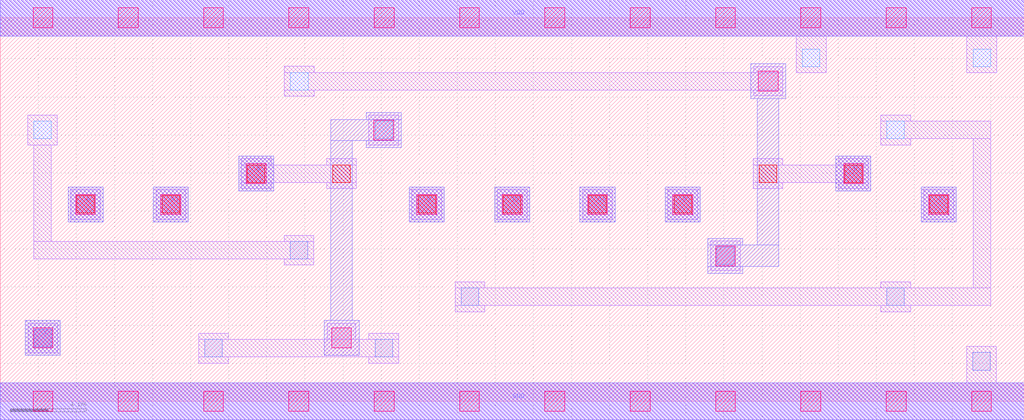
<source format=lef>
MACRO AOAAOAI211311
 CLASS CORE ;
 FOREIGN AOAAOAI211311 0 0 ;
 SIZE 13.44 BY 5.04 ;
 ORIGIN 0 0 ;
 SYMMETRY X Y R90 ;
 SITE unit ;
  PIN VDD
   DIRECTION INOUT ;
   USE POWER ;
   SHAPE ABUTMENT ;
    PORT
     CLASS CORE ;
       LAYER met1 ;
        RECT 0.00000000 4.80000000 13.44000000 5.28000000 ;
       LAYER met2 ;
        RECT 0.00000000 4.80000000 13.44000000 5.28000000 ;
    END
  END VDD

  PIN GND
   DIRECTION INOUT ;
   USE POWER ;
   SHAPE ABUTMENT ;
    PORT
     CLASS CORE ;
       LAYER met1 ;
        RECT 0.00000000 -0.24000000 13.44000000 0.24000000 ;
       LAYER met2 ;
        RECT 0.00000000 -0.24000000 13.44000000 0.24000000 ;
    END
  END GND

  PIN Y
   DIRECTION INOUT ;
   USE SIGNAL ;
   SHAPE ABUTMENT ;
    PORT
     CLASS CORE ;
       LAYER met2 ;
        RECT 0.33000000 0.60200000 0.79000000 1.06200000 ;
    END
  END Y

  PIN D
   DIRECTION INOUT ;
   USE SIGNAL ;
   SHAPE ABUTMENT ;
    PORT
     CLASS CORE ;
       LAYER met2 ;
        RECT 8.73000000 2.35700000 9.19000000 2.81700000 ;
    END
  END D

  PIN F
   DIRECTION INOUT ;
   USE SIGNAL ;
   SHAPE ABUTMENT ;
    PORT
     CLASS CORE ;
       LAYER met2 ;
        RECT 12.09000000 2.35700000 12.55000000 2.81700000 ;
    END
  END F

  PIN A1
   DIRECTION INOUT ;
   USE SIGNAL ;
   SHAPE ABUTMENT ;
    PORT
     CLASS CORE ;
       LAYER met2 ;
        RECT 2.01000000 2.35700000 2.47000000 2.81700000 ;
    END
  END A1

  PIN D2
   DIRECTION INOUT ;
   USE SIGNAL ;
   SHAPE ABUTMENT ;
    PORT
     CLASS CORE ;
       LAYER met2 ;
        RECT 6.49000000 2.35700000 6.95000000 2.81700000 ;
    END
  END D2

  PIN B
   DIRECTION INOUT ;
   USE SIGNAL ;
   SHAPE ABUTMENT ;
    PORT
     CLASS CORE ;
       LAYER met2 ;
        RECT 3.13000000 2.76200000 3.59000000 3.22200000 ;
    END
  END B

  PIN E
   DIRECTION INOUT ;
   USE SIGNAL ;
   SHAPE ABUTMENT ;
    PORT
     CLASS CORE ;
       LAYER met2 ;
        RECT 10.97000000 2.76200000 11.43000000 3.22200000 ;
    END
  END E

  PIN D1
   DIRECTION INOUT ;
   USE SIGNAL ;
   SHAPE ABUTMENT ;
    PORT
     CLASS CORE ;
       LAYER met2 ;
        RECT 7.61000000 2.35700000 8.07000000 2.81700000 ;
    END
  END D1

  PIN C
   DIRECTION INOUT ;
   USE SIGNAL ;
   SHAPE ABUTMENT ;
    PORT
     CLASS CORE ;
       LAYER met2 ;
        RECT 5.37000000 2.35700000 5.83000000 2.81700000 ;
    END
  END C

  PIN A
   DIRECTION INOUT ;
   USE SIGNAL ;
   SHAPE ABUTMENT ;
    PORT
     CLASS CORE ;
       LAYER met2 ;
        RECT 0.89000000 2.35700000 1.35000000 2.81700000 ;
    END
  END A

 OBS
    LAYER polycont ;
     RECT 1.00500000 2.47200000 1.23500000 2.70200000 ;
     RECT 2.12500000 2.47200000 2.35500000 2.70200000 ;
     RECT 5.48500000 2.47200000 5.71500000 2.70200000 ;
     RECT 6.60500000 2.47200000 6.83500000 2.70200000 ;
     RECT 7.72500000 2.47200000 7.95500000 2.70200000 ;
     RECT 8.84500000 2.47200000 9.07500000 2.70200000 ;
     RECT 12.20500000 2.47200000 12.43500000 2.70200000 ;
     RECT 3.24500000 2.87700000 3.47500000 3.10700000 ;
     RECT 4.36500000 2.87700000 4.59500000 3.10700000 ;
     RECT 9.96500000 2.87700000 10.19500000 3.10700000 ;
     RECT 11.08500000 2.87700000 11.31500000 3.10700000 ;

    LAYER pdiffc ;
     RECT 0.44000000 3.45000000 0.67000000 3.68000000 ;
     RECT 4.92000000 3.45000000 5.15000000 3.68000000 ;
     RECT 11.64000000 3.45000000 11.87000000 3.68000000 ;
     RECT 3.81000000 4.09200000 4.04000000 4.32200000 ;
     RECT 10.53000000 4.40000000 10.76000000 4.63000000 ;
     RECT 12.77000000 4.40000000 13.00000000 4.63000000 ;

    LAYER ndiffc ;
     RECT 12.76500000 0.41000000 12.99500000 0.64000000 ;
     RECT 2.68500000 0.58200000 2.91500000 0.81200000 ;
     RECT 4.92000000 0.58200000 5.15000000 0.81200000 ;
     RECT 0.44500000 0.71700000 0.67500000 0.94700000 ;
     RECT 6.05000000 1.25700000 6.28000000 1.48700000 ;
     RECT 11.64000000 1.25700000 11.87000000 1.48700000 ;
     RECT 9.40500000 1.79700000 9.63500000 2.02700000 ;
     RECT 3.80500000 1.87000000 4.03500000 2.10000000 ;

    LAYER met1 ;
     RECT 0.00000000 -0.24000000 13.44000000 0.24000000 ;
     RECT 12.68500000 0.24000000 13.07500000 0.72000000 ;
     RECT 2.60500000 0.50200000 2.99500000 0.58200000 ;
     RECT 4.84000000 0.50200000 5.23000000 0.58200000 ;
     RECT 2.60500000 0.58200000 5.23000000 0.81200000 ;
     RECT 2.60500000 0.81200000 2.99500000 0.89200000 ;
     RECT 4.84000000 0.81200000 5.23000000 0.89200000 ;
     RECT 4.29000000 0.81200000 4.67000000 1.02200000 ;
     RECT 0.36500000 0.63700000 0.75500000 1.02700000 ;
     RECT 9.32500000 1.71700000 9.71500000 2.10700000 ;
     RECT 0.92500000 2.39200000 1.31500000 2.78200000 ;
     RECT 2.04500000 2.39200000 2.43500000 2.78200000 ;
     RECT 5.40500000 2.39200000 5.79500000 2.78200000 ;
     RECT 6.52500000 2.39200000 6.91500000 2.78200000 ;
     RECT 7.64500000 2.39200000 8.03500000 2.78200000 ;
     RECT 8.76500000 2.39200000 9.15500000 2.78200000 ;
     RECT 12.12500000 2.39200000 12.51500000 2.78200000 ;
     RECT 3.16500000 2.79700000 3.55500000 2.87700000 ;
     RECT 4.28500000 2.79700000 4.67500000 2.87700000 ;
     RECT 3.16500000 2.87700000 4.67500000 3.10700000 ;
     RECT 3.16500000 3.10700000 3.55500000 3.18700000 ;
     RECT 4.28500000 3.10700000 4.67500000 3.18700000 ;
     RECT 9.88500000 2.79700000 10.27500000 2.87700000 ;
     RECT 11.00500000 2.79700000 11.39500000 2.87700000 ;
     RECT 9.88500000 2.87700000 11.39500000 3.10700000 ;
     RECT 9.88500000 3.10700000 10.27500000 3.18700000 ;
     RECT 11.00500000 3.10700000 11.39500000 3.18700000 ;
     RECT 3.72500000 1.79000000 4.11500000 1.87000000 ;
     RECT 0.44000000 1.87000000 4.11500000 2.10000000 ;
     RECT 3.72500000 2.10000000 4.11500000 2.18000000 ;
     RECT 0.44000000 2.10000000 0.67000000 3.37000000 ;
     RECT 0.36000000 3.37000000 0.75000000 3.76000000 ;
     RECT 4.84000000 3.37000000 5.23000000 3.76000000 ;
     RECT 5.97000000 1.17700000 6.36000000 1.25700000 ;
     RECT 11.56000000 1.17700000 11.95000000 1.25700000 ;
     RECT 5.97000000 1.25700000 13.00000000 1.48700000 ;
     RECT 5.97000000 1.48700000 6.36000000 1.56700000 ;
     RECT 11.56000000 1.48700000 11.95000000 1.56700000 ;
     RECT 11.56000000 3.37000000 11.95000000 3.45000000 ;
     RECT 12.77000000 1.48700000 13.00000000 3.45000000 ;
     RECT 11.56000000 3.45000000 13.00000000 3.68000000 ;
     RECT 11.56000000 3.68000000 11.95000000 3.76000000 ;
     RECT 3.73000000 4.01200000 4.12000000 4.09200000 ;
     RECT 9.89000000 4.01700000 10.27000000 4.09200000 ;
     RECT 3.73000000 4.09200000 10.27000000 4.32200000 ;
     RECT 9.89000000 4.32200000 10.27000000 4.39700000 ;
     RECT 3.73000000 4.32200000 4.12000000 4.40200000 ;
     RECT 10.45000000 4.32000000 10.84000000 4.80000000 ;
     RECT 12.69000000 4.32000000 13.08000000 4.80000000 ;
     RECT 0.00000000 4.80000000 13.44000000 5.28000000 ;

    LAYER via1 ;
     RECT 0.43000000 -0.13000000 0.69000000 0.13000000 ;
     RECT 1.55000000 -0.13000000 1.81000000 0.13000000 ;
     RECT 2.67000000 -0.13000000 2.93000000 0.13000000 ;
     RECT 3.79000000 -0.13000000 4.05000000 0.13000000 ;
     RECT 4.91000000 -0.13000000 5.17000000 0.13000000 ;
     RECT 6.03000000 -0.13000000 6.29000000 0.13000000 ;
     RECT 7.15000000 -0.13000000 7.41000000 0.13000000 ;
     RECT 8.27000000 -0.13000000 8.53000000 0.13000000 ;
     RECT 9.39000000 -0.13000000 9.65000000 0.13000000 ;
     RECT 10.51000000 -0.13000000 10.77000000 0.13000000 ;
     RECT 11.63000000 -0.13000000 11.89000000 0.13000000 ;
     RECT 12.75000000 -0.13000000 13.01000000 0.13000000 ;
     RECT 0.43000000 0.70200000 0.69000000 0.96200000 ;
     RECT 4.35000000 0.70200000 4.61000000 0.96200000 ;
     RECT 9.39000000 1.78200000 9.65000000 2.04200000 ;
     RECT 0.99000000 2.45700000 1.25000000 2.71700000 ;
     RECT 2.11000000 2.45700000 2.37000000 2.71700000 ;
     RECT 5.47000000 2.45700000 5.73000000 2.71700000 ;
     RECT 6.59000000 2.45700000 6.85000000 2.71700000 ;
     RECT 7.71000000 2.45700000 7.97000000 2.71700000 ;
     RECT 8.83000000 2.45700000 9.09000000 2.71700000 ;
     RECT 12.19000000 2.45700000 12.45000000 2.71700000 ;
     RECT 3.23000000 2.86200000 3.49000000 3.12200000 ;
     RECT 11.07000000 2.86200000 11.33000000 3.12200000 ;
     RECT 4.90500000 3.43500000 5.16500000 3.69500000 ;
     RECT 9.95000000 4.07700000 10.21000000 4.33700000 ;
     RECT 0.43000000 4.91000000 0.69000000 5.17000000 ;
     RECT 1.55000000 4.91000000 1.81000000 5.17000000 ;
     RECT 2.67000000 4.91000000 2.93000000 5.17000000 ;
     RECT 3.79000000 4.91000000 4.05000000 5.17000000 ;
     RECT 4.91000000 4.91000000 5.17000000 5.17000000 ;
     RECT 6.03000000 4.91000000 6.29000000 5.17000000 ;
     RECT 7.15000000 4.91000000 7.41000000 5.17000000 ;
     RECT 8.27000000 4.91000000 8.53000000 5.17000000 ;
     RECT 9.39000000 4.91000000 9.65000000 5.17000000 ;
     RECT 10.51000000 4.91000000 10.77000000 5.17000000 ;
     RECT 11.63000000 4.91000000 11.89000000 5.17000000 ;
     RECT 12.75000000 4.91000000 13.01000000 5.17000000 ;

    LAYER met2 ;
     RECT 0.00000000 -0.24000000 13.44000000 0.24000000 ;
     RECT 0.33000000 0.60200000 0.79000000 1.06200000 ;
     RECT 0.89000000 2.35700000 1.35000000 2.81700000 ;
     RECT 2.01000000 2.35700000 2.47000000 2.81700000 ;
     RECT 5.37000000 2.35700000 5.83000000 2.81700000 ;
     RECT 6.49000000 2.35700000 6.95000000 2.81700000 ;
     RECT 7.61000000 2.35700000 8.07000000 2.81700000 ;
     RECT 8.73000000 2.35700000 9.19000000 2.81700000 ;
     RECT 12.09000000 2.35700000 12.55000000 2.81700000 ;
     RECT 3.13000000 2.76200000 3.59000000 3.22200000 ;
     RECT 10.97000000 2.76200000 11.43000000 3.22200000 ;
     RECT 4.25000000 0.60200000 4.71000000 1.06200000 ;
     RECT 4.34000000 1.06200000 4.62000000 3.42500000 ;
     RECT 4.80500000 3.33500000 5.26500000 3.42500000 ;
     RECT 4.34000000 3.42500000 5.26500000 3.70500000 ;
     RECT 4.80500000 3.70500000 5.26500000 3.79500000 ;
     RECT 9.29000000 1.68200000 9.75000000 1.77200000 ;
     RECT 9.29000000 1.77200000 10.22000000 2.05200000 ;
     RECT 9.29000000 2.05200000 9.75000000 2.14200000 ;
     RECT 9.94000000 2.05200000 10.22000000 3.97700000 ;
     RECT 9.85000000 3.97700000 10.31000000 4.43700000 ;
     RECT 0.00000000 4.80000000 13.44000000 5.28000000 ;

 END
END AOAAOAI211311

</source>
